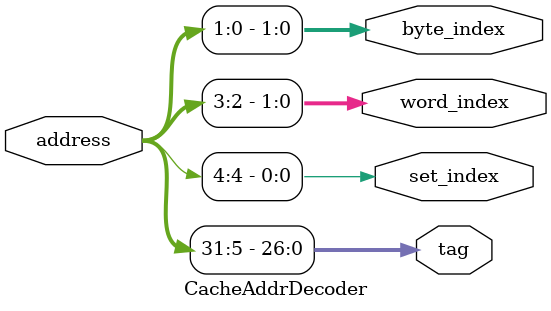
<source format=sv>
module CacheAddrDecoder #(
    // C (in words)
    parameter WORD_CAPACITY = 8,
    // b (in words)
    parameter WORDS_PER_BLOCK = 4,
    // N (1 <= N <= B)
    parameter WAY_COUNT = 1,
    // B
    localparam BLOCK_COUNT = WORD_CAPACITY/WORDS_PER_BLOCK,
    // S
    localparam SET_COUNT = BLOCK_COUNT/WAY_COUNT,
    parameter ADDR_BITS = 32,
    parameter WORD_BITS = 32,
    localparam BYTES_PER_WORD = WORD_BITS/8
) (
    input logic [ADDR_BITS-1:0] address,
    
    output logic [ADDR_BITS-$clog2(SET_COUNT)-$clog2(WORDS_PER_BLOCK)-$clog2(BYTES_PER_WORD)-1:0] tag,
    output logic [$clog2(SET_COUNT)-1:0] set_index,
    output logic [$clog2(WORDS_PER_BLOCK)-1:0] word_index,
    output logic [$clog2(BYTES_PER_WORD)-1:0] byte_index
);
    assign {tag, set_index, word_index, byte_index} = address;

endmodule

</source>
